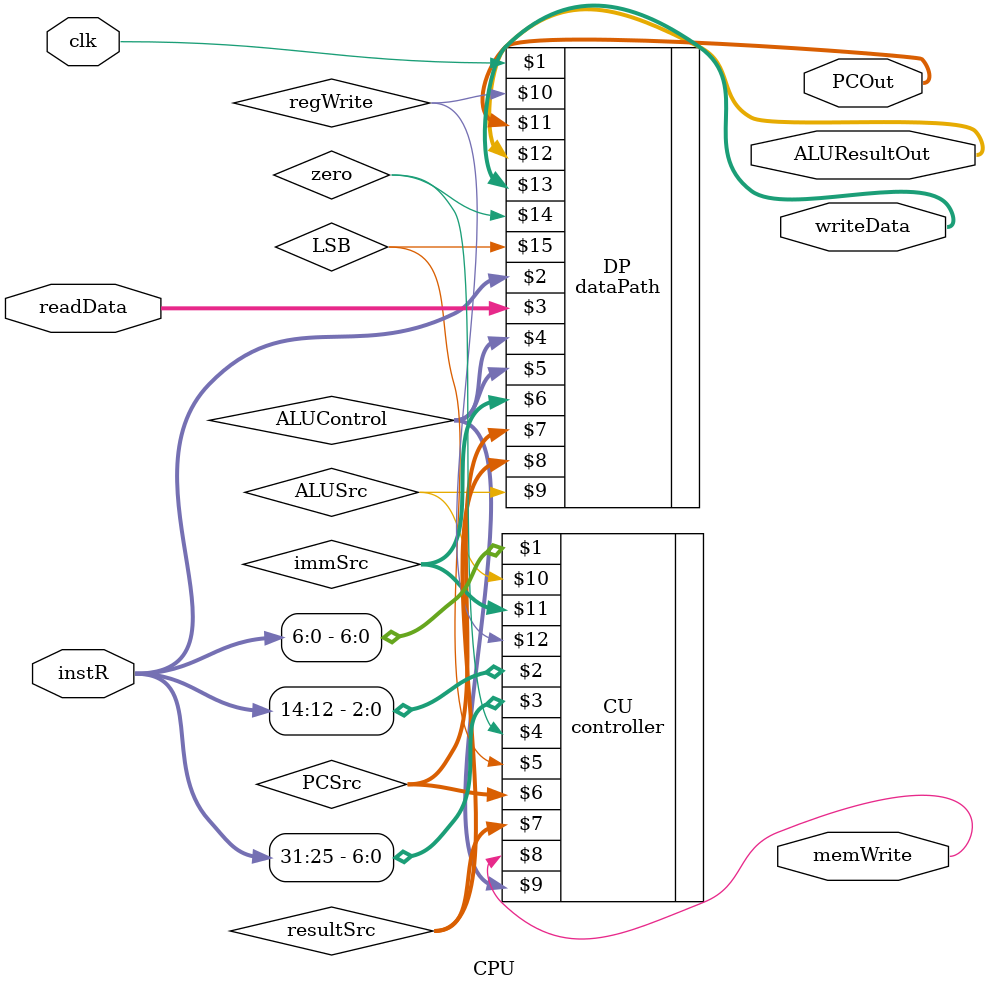
<source format=v>
module CPU(clk, instR, readData, PCOut, ALUResultOut, writeData, memWrite);
	input clk;
	input[31:0] instR, readData;
	output[31:0] PCOut, ALUResultOut, writeData;
	output memWrite;
	wire[2:0] ALUControl, immSrc;
	wire[1:0] PCSrc, resultSrc;
	wire ALUSrc, regWrite, zero, LSB;
	dataPath DP(clk, instR, readData, ALUControl, ALUControl, immSrc, PCSrc, resultSrc, ALUSrc, regWrite, PCOut, ALUResultOut,
 		writeData, zero, LSB);
	controller CU(instR[6:0], instR[14:12], instR[31:25], zero, LSB, PCSrc, resultSrc, memWrite, ALUControl, ALUSrc, immSrc, regWrite);

endmodule

</source>
